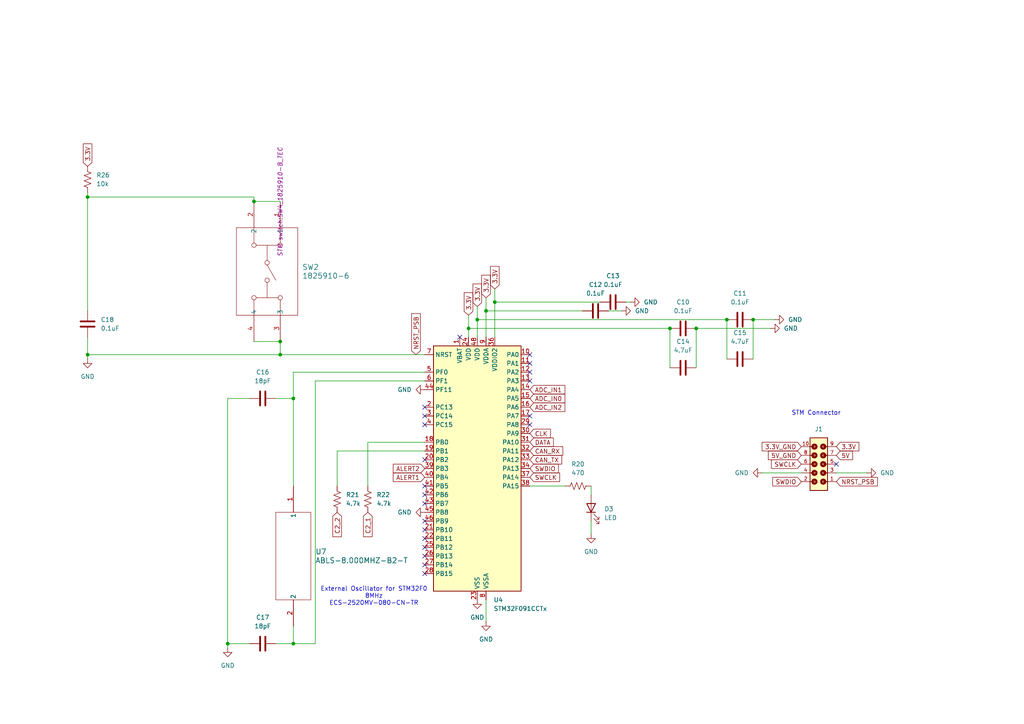
<source format=kicad_sch>
(kicad_sch (version 20231120) (generator "eeschema") (generator_version "8.0")
  (paper "A4")
  (lib_symbols
    (symbol "Device:C" (pin_numbers hide) (pin_names (offset 0.254))
      (property "Reference" "C" (at 0.635 2.54 0))
      (property "Value" "C" (at 0.635 -2.54 0))
      (symbol "C_0_1"
        (polyline (pts (xy -2.032 -0.762) (xy 2.032 -0.762)) (stroke (width 0.508)))
        (polyline (pts (xy -2.032 0.762) (xy 2.032 0.762)) (stroke (width 0.508)))
      )
      (symbol "C_1_1"
        (pin passive line (at 0 3.81 270) (length 2.794) (name "~") (number "1"))
        (pin passive line (at 0 -3.81 90) (length 2.794) (name "~") (number "2"))
      )
    )
    (symbol "Device:LED" (pin_numbers hide) (pin_names (offset 1.016) hide)
      (property "Reference" "D" (at 0 2.54 0))
      (property "Value" "LED" (at 0 -2.54 0))
      (symbol "LED_0_1"
        (polyline (pts (xy -1.27 -1.27) (xy -1.27 1.27)) (stroke (width 0.254)))
        (polyline (pts (xy -1.27 0) (xy 1.27 0)))
        (polyline (pts (xy 1.27 -1.27) (xy 1.27 1.27) (xy -1.27 0) (xy 1.27 -1.27)) (stroke (width 0.254)))
        (polyline (pts (xy -3.048 -0.762) (xy -4.572 -2.286) (xy -3.81 -2.286) (xy -4.572 -2.286) (xy -4.572 -1.524)))
        (polyline (pts (xy -1.778 -0.762) (xy -3.302 -2.286) (xy -2.54 -2.286) (xy -3.302 -2.286) (xy -3.302 -1.524)))
      )
      (symbol "LED_1_1"
        (pin passive line (at -3.81 0 0) (length 2.54) (name "K") (number "1"))
        (pin passive line (at 3.81 0 180) (length 2.54) (name "A") (number "2"))
      )
    )
    (symbol "Device:R_US" (pin_numbers hide) (pin_names (offset 0))
      (property "Reference" "R" (at 2.54 0 90))
      (property "Value" "R_US" (at -2.54 0 90))
      (symbol "R_US_0_1"
        (polyline (pts (xy 0 -2.286) (xy 0 -2.54)))
        (polyline (pts (xy 0 2.286) (xy 0 2.54)))
        (polyline (pts (xy 0 -0.762) (xy 1.016 -1.143) (xy 0 -1.524) (xy -1.016 -1.905) (xy 0 -2.286)))
        (polyline (pts (xy 0 0.762) (xy 1.016 0.381) (xy 0 0) (xy -1.016 -0.381) (xy 0 -0.762)))
        (polyline (pts (xy 0 2.286) (xy 1.016 1.905) (xy 0 1.524) (xy -1.016 1.143) (xy 0 0.762)))
      )
      (symbol "R_US_1_1"
        (pin passive line (at 0 3.81 270) (length 1.27) (name "~") (number "1"))
        (pin passive line (at 0 -3.81 90) (length 1.27) (name "~") (number "2"))
      )
    )
    (symbol "MCU_ST_STM32F0:STM32F091CCTx"
      (property "Reference" "U" (at -12.7 36.83 0))
      (property "Value" "STM32F091CCTx" (at 7.62 36.83 0))
      (symbol "STM32F091CCTx_0_1"
        (rectangle (start -12.7 -35.56) (end 12.7 35.56) (stroke (width 0.254)) (fill (type background)))
      )
      (symbol "STM32F091CCTx_1_1"
        (pin power_in line (at -5.08 38.1 270) (length 2.54) (name "VBAT") (number "1"))
        (pin bidirectional line (at 15.24 33.02 180) (length 2.54) (name "PA0") (number "10"))
        (pin bidirectional line (at 15.24 30.48 180) (length 2.54) (name "PA1") (number "11"))
        (pin bidirectional line (at 15.24 27.94 180) (length 2.54) (name "PA2") (number "12"))
        (pin bidirectional line (at 15.24 25.4 180) (length 2.54) (name "PA3") (number "13"))
        (pin bidirectional line (at 15.24 22.86 180) (length 2.54) (name "PA4") (number "14"))
        (pin bidirectional line (at 15.24 20.32 180) (length 2.54) (name "PA5") (number "15"))
        (pin bidirectional line (at 15.24 17.78 180) (length 2.54) (name "PA6") (number "16"))
        (pin bidirectional line (at 15.24 15.24 180) (length 2.54) (name "PA7") (number "17"))
        (pin bidirectional line (at -15.24 7.62 0) (length 2.54) (name "PB0") (number "18"))
        (pin bidirectional line (at -15.24 5.08 0) (length 2.54) (name "PB1") (number "19"))
        (pin bidirectional line (at -15.24 17.78 0) (length 2.54) (name "PC13") (number "2"))
        (pin bidirectional line (at -15.24 2.54 0) (length 2.54) (name "PB2") (number "20"))
        (pin bidirectional line (at -15.24 -17.78 0) (length 2.54) (name "PB10") (number "21"))
        (pin bidirectional line (at -15.24 -20.32 0) (length 2.54) (name "PB11") (number "22"))
        (pin power_in line (at 0 -38.1 90) (length 2.54) (name "VSS") (number "23"))
        (pin power_in line (at -2.54 38.1 270) (length 2.54) (name "VDD") (number "24"))
        (pin bidirectional line (at -15.24 -22.86 0) (length 2.54) (name "PB12") (number "25"))
        (pin bidirectional line (at -15.24 -25.4 0) (length 2.54) (name "PB13") (number "26"))
        (pin bidirectional line (at -15.24 -27.94 0) (length 2.54) (name "PB14") (number "27"))
        (pin bidirectional line (at -15.24 -30.48 0) (length 2.54) (name "PB15") (number "28"))
        (pin bidirectional line (at 15.24 12.7 180) (length 2.54) (name "PA8") (number "29"))
        (pin bidirectional line (at -15.24 15.24 0) (length 2.54) (name "PC14") (number "3"))
        (pin bidirectional line (at 15.24 10.16 180) (length 2.54) (name "PA9") (number "30"))
        (pin bidirectional line (at 15.24 7.62 180) (length 2.54) (name "PA10") (number "31"))
        (pin bidirectional line (at 15.24 5.08 180) (length 2.54) (name "PA11") (number "32"))
        (pin bidirectional line (at 15.24 2.54 180) (length 2.54) (name "PA12") (number "33"))
        (pin bidirectional line (at 15.24 0 180) (length 2.54) (name "PA13") (number "34"))
        (pin passive line (at 0 -38.1 90) (length 2.54) hide (name "VSS") (number "35"))
        (pin power_in line (at 5.08 38.1 270) (length 2.54) (name "VDDIO2") (number "36"))
        (pin bidirectional line (at 15.24 -2.54 180) (length 2.54) (name "PA14") (number "37"))
        (pin bidirectional line (at 15.24 -5.08 180) (length 2.54) (name "PA15") (number "38"))
        (pin bidirectional line (at -15.24 0 0) (length 2.54) (name "PB3") (number "39"))
        (pin bidirectional line (at -15.24 12.7 0) (length 2.54) (name "PC15") (number "4"))
        (pin bidirectional line (at -15.24 -2.54 0) (length 2.54) (name "PB4") (number "40"))
        (pin bidirectional line (at -15.24 -5.08 0) (length 2.54) (name "PB5") (number "41"))
        (pin bidirectional line (at -15.24 -7.62 0) (length 2.54) (name "PB6") (number "42"))
        (pin bidirectional line (at -15.24 -10.16 0) (length 2.54) (name "PB7") (number "43"))
        (pin bidirectional line (at -15.24 22.86 0) (length 2.54) (name "PF11") (number "44"))
        (pin bidirectional line (at -15.24 -12.7 0) (length 2.54) (name "PB8") (number "45"))
        (pin bidirectional line (at -15.24 -15.24 0) (length 2.54) (name "PB9") (number "46"))
        (pin passive line (at 0 -38.1 90) (length 2.54) hide (name "VSS") (number "47"))
        (pin power_in line (at 0 38.1 270) (length 2.54) (name "VDD") (number "48"))
        (pin bidirectional line (at -15.24 27.94 0) (length 2.54) (name "PF0") (number "5"))
        (pin bidirectional line (at -15.24 25.4 0) (length 2.54) (name "PF1") (number "6"))
        (pin input line (at -15.24 33.02 0) (length 2.54) (name "NRST") (number "7"))
        (pin power_in line (at 2.54 -38.1 90) (length 2.54) (name "VSSA") (number "8"))
        (pin power_in line (at 2.54 38.1 270) (length 2.54) (name "VDDA") (number "9"))
      )
    )
    (symbol "STM Switch Symbol:1825910-6" (pin_names (offset 0.254))
      (property "Reference" "SW" (at 20.32 10.16 0))
      (property "Value" "1825910-6" (at 20.32 7.62 0))
      (symbol "1825910-6_0_1"
        (polyline (pts (xy 7.62 -12.7) (xy 33.02 -12.7)) (stroke (width 0.127)))
        (polyline (pts (xy 7.62 -7.62) (xy 12.065 -7.62)) (stroke (width 0.127)))
        (polyline (pts (xy 7.62 0) (xy 12.065 0)) (stroke (width 0.127)))
        (polyline (pts (xy 7.62 5.08) (xy 7.62 -12.7)) (stroke (width 0.127)))
        (polyline (pts (xy 12.7 -3.81) (xy 17.145 -3.81)) (stroke (width 0.127)))
        (polyline (pts (xy 12.7 -0.635) (xy 12.7 -6.985)) (stroke (width 0.127)))
        (polyline (pts (xy 18.415 -3.81) (xy 22.86 -1.27)) (stroke (width 0.127)))
        (polyline (pts (xy 27.94 -3.81) (xy 23.495 -3.81)) (stroke (width 0.127)))
        (polyline (pts (xy 27.94 -0.635) (xy 27.94 -6.985)) (stroke (width 0.127)))
        (polyline (pts (xy 33.02 -12.7) (xy 33.02 5.08)) (stroke (width 0.127)))
        (polyline (pts (xy 33.02 -7.62) (xy 28.575 -7.62)) (stroke (width 0.127)))
        (polyline (pts (xy 33.02 0) (xy 28.575 0)) (stroke (width 0.127)))
        (polyline (pts (xy 33.02 5.08) (xy 7.62 5.08)) (stroke (width 0.127)))
        (circle (center 12.7 -7.62) (radius 0.635) (stroke (width 0.127)))
        (circle (center 12.7 0) (radius 0.635) (stroke (width 0.127)))
        (circle (center 17.78 -3.81) (radius 0.635) (stroke (width 0.127)))
        (circle (center 22.86 -3.81) (radius 0.635) (stroke (width 0.127)))
        (circle (center 27.94 -7.62) (radius 0.635) (stroke (width 0.127)))
        (circle (center 27.94 0) (radius 0.635) (stroke (width 0.127)))
        (pin unspecified line (at 0 0 0) (length 7.62) (name "1") (number "1"))
        (pin unspecified line (at 0 -7.62 0) (length 7.62) (name "2") (number "2"))
        (pin unspecified line (at 40.64 0 180) (length 7.62) (name "3") (number "3"))
        (pin unspecified line (at 40.64 -7.62 180) (length 7.62) (name "4") (number "4"))
      )
    )
    (symbol "STM32_Connector:6120XX21621_61201021621" (pin_names (offset 1.016))
      (property "Reference" "J" (at -8.8 0.35 0))
      (symbol "6120XX21621_61201021621_0_0"
        (rectangle (start -7.62 -2.54) (end 7.62 2.54) (stroke (width 0.254)) (fill (type background)))
        (circle (center -5.08 -1.27) (radius 0.254) (stroke (width 0.635)))
        (circle (center -5.08 1.27) (radius 0.254) (stroke (width 0.635)))
        (circle (center -2.54 -1.27) (radius 0.254) (stroke (width 0.635)))
        (circle (center -2.54 1.27) (radius 0.254) (stroke (width 0.635)))
        (circle (center 0 -1.27) (radius 0.254) (stroke (width 0.635)))
        (polyline (pts (xy -5.08 -1.27) (xy -5.08 -2.54)) (stroke (width 0.254)))
        (polyline (pts (xy -5.08 1.27) (xy -5.08 2.54)) (stroke (width 0.254)))
        (polyline (pts (xy -2.54 -1.27) (xy -2.54 -2.54)) (stroke (width 0.254)))
        (polyline (pts (xy -2.54 1.27) (xy -2.54 2.54)) (stroke (width 0.254)))
        (polyline (pts (xy 0 -1.27) (xy 0 -2.54)) (stroke (width 0.254)))
        (polyline (pts (xy 0 1.27) (xy 0 2.54)) (stroke (width 0.254)))
        (polyline (pts (xy 2.54 -1.27) (xy 2.54 -2.54)) (stroke (width 0.254)))
        (polyline (pts (xy 2.54 1.27) (xy 2.54 2.54)) (stroke (width 0.254)))
        (polyline (pts (xy 5.08 -1.27) (xy 5.08 -2.54)) (stroke (width 0.254)))
        (polyline (pts (xy 5.08 1.27) (xy 5.08 2.54)) (stroke (width 0.254)))
        (circle (center 0 1.27) (radius 0.254) (stroke (width 0.635)))
        (circle (center 2.54 -1.27) (radius 0.254) (stroke (width 0.635)))
        (circle (center 2.54 1.27) (radius 0.254) (stroke (width 0.635)))
        (circle (center 5.08 -1.27) (radius 0.254) (stroke (width 0.635)))
        (circle (center 5.08 1.27) (radius 0.254) (stroke (width 0.635)))
        (pin passive line (at -5.08 -5.08 90) (length 2.54) (name "~") (number "1"))
        (pin passive line (at -5.08 5.08 270) (length 2.54) (name "~") (number "2"))
        (pin passive line (at 0 -5.08 90) (length 2.54) (name "~") (number "5"))
        (pin passive line (at 0 5.08 270) (length 2.54) (name "~") (number "6"))
      )
      (symbol "6120XX21621_61201021621_1_0"
        (pin power_in line (at 5.08 5.08 270) (length 2.54) (name "~") (number "10"))
        (pin power_in line (at -2.54 -5.08 90) (length 2.54) (name "~") (number "3"))
        (pin power_in line (at -2.54 5.08 270) (length 2.54) (name "~") (number "4"))
        (pin power_in line (at 2.54 -5.08 90) (length 2.54) (name "~") (number "7"))
        (pin power_in line (at 2.54 5.08 270) (length 2.54) (name "~") (number "8"))
        (pin power_in line (at 5.08 -5.08 90) (length 2.54) (name "~") (number "9"))
      )
    )
    (symbol "STM32_Oscillator:ABLS-8.000MHZ-B2-T" (pin_names (offset 0.254))
      (property "Reference" "U" (at 20.32 10.16 0))
      (property "Value" "ABLS-8.000MHZ-B2-T" (at 20.32 7.62 0))
      (symbol "ABLS-8.000MHZ-B2-T_0_1"
        (polyline (pts (xy 7.62 -5.08) (xy 33.02 -5.08)) (stroke (width 0.127)))
        (polyline (pts (xy 7.62 5.08) (xy 7.62 -5.08)) (stroke (width 0.127)))
        (polyline (pts (xy 33.02 -5.08) (xy 33.02 5.08)) (stroke (width 0.127)))
        (polyline (pts (xy 33.02 5.08) (xy 7.62 5.08)) (stroke (width 0.127)))
        (pin unspecified line (at 0 0 0) (length 7.62) (name "1") (number "1"))
        (pin unspecified line (at 40.64 0 180) (length 7.62) (name "2") (number "2"))
      )
    )
    (symbol "power:GND" (power) (pin_numbers hide) (pin_names (offset 0) hide)
      (property "Value" "GND" (at 0 -3.81 0))
      (symbol "GND_0_1"
        (polyline (pts (xy 0 0) (xy 0 -1.27) (xy 1.27 -1.27) (xy 0 -2.54) (xy -1.27 -1.27) (xy 0 -1.27)))
      )
      (symbol "GND_1_1"
        (pin power_in line (at 0 0 270) (length 0) (name "~") (number "1"))
      )
    )
  )
  (junction (at 66.04 186.69))
  (junction (at 85.09 186.69))
  (junction (at 140.97 90.17))
  (junction (at 194.31 95.25))
  (junction (at 85.09 115.57))
  (junction (at 25.4 57.15))
  (junction (at 143.51 87.63))
  (junction (at 210.82 92.71))
  (junction (at 201.93 95.25))
  (junction (at 81.28 99.06))
  (junction (at 135.89 95.25))
  (junction (at 81.28 102.87))
  (junction (at 218.44 92.71))
  (junction (at 138.43 92.71))
  (junction (at 25.4 102.87))
  (junction (at 73.66 58.42))
  (no_connect (at 153.67 107.95))
  (no_connect (at 153.67 102.87))
  (no_connect (at 133.35 97.79))
  (no_connect (at 153.67 110.49))
  (no_connect (at 123.19 156.21))
  (no_connect (at 123.19 153.67))
  (no_connect (at 153.67 120.65))
  (no_connect (at 123.19 143.51))
  (no_connect (at 123.19 118.11))
  (no_connect (at 123.19 166.37))
  (no_connect (at 153.67 123.19))
  (no_connect (at 153.67 105.41))
  (no_connect (at 123.19 146.05))
  (no_connect (at 123.19 151.13))
  (no_connect (at 123.19 163.83))
  (no_connect (at 123.19 161.29))
  (no_connect (at 123.19 133.35))
  (no_connect (at 123.19 158.75))
  (no_connect (at 123.19 120.65))
  (no_connect (at 242.57 134.62))
  (no_connect (at 123.19 123.19))
  (no_connect (at 123.19 140.97))
  (wire (pts (xy 73.66 58.42) (xy 81.28 58.42)))
  (wire (pts (xy 85.09 107.95) (xy 123.19 107.95)))
  (wire (pts (xy 218.44 92.71) (xy 224.79 92.71)))
  (wire (pts (xy 97.79 130.81) (xy 97.79 140.97)))
  (wire (pts (xy 143.51 87.63) (xy 143.51 83.82)))
  (wire (pts (xy 66.04 187.96) (xy 66.04 186.69)))
  (wire (pts (xy 25.4 102.87) (xy 25.4 104.14)))
  (wire (pts (xy 25.4 57.15) (xy 73.66 57.15)))
  (wire (pts (xy 176.53 90.17) (xy 180.34 90.17)))
  (wire (pts (xy 91.44 186.69) (xy 91.44 110.49)))
  (wire (pts (xy 171.45 151.13) (xy 171.45 154.94)))
  (wire (pts (xy 91.44 110.49) (xy 123.19 110.49)))
  (wire (pts (xy 66.04 115.57) (xy 66.04 186.69)))
  (wire (pts (xy 123.19 130.81) (xy 97.79 130.81)))
  (wire (pts (xy 66.04 186.69) (xy 72.39 186.69)))
  (wire (pts (xy 181.61 87.63) (xy 182.88 87.63)))
  (wire (pts (xy 135.89 95.25) (xy 135.89 91.44)))
  (wire (pts (xy 85.09 107.95) (xy 85.09 115.57)))
  (wire (pts (xy 25.4 97.79) (xy 25.4 102.87)))
  (wire (pts (xy 25.4 55.88) (xy 25.4 57.15)))
  (wire (pts (xy 106.68 128.27) (xy 106.68 140.97)))
  (wire (pts (xy 73.66 57.15) (xy 73.66 58.42)))
  (wire (pts (xy 85.09 181.61) (xy 85.09 186.69)))
  (wire (pts (xy 135.89 95.25) (xy 194.31 95.25)))
  (wire (pts (xy 81.28 102.87) (xy 123.19 102.87)))
  (wire (pts (xy 140.97 90.17) (xy 168.91 90.17)))
  (wire (pts (xy 25.4 102.87) (xy 81.28 102.87)))
  (wire (pts (xy 218.44 92.71) (xy 218.44 104.14)))
  (wire (pts (xy 242.57 137.16) (xy 251.46 137.16)))
  (wire (pts (xy 210.82 92.71) (xy 210.82 104.14)))
  (wire (pts (xy 138.43 92.71) (xy 210.82 92.71)))
  (wire (pts (xy 80.01 186.69) (xy 85.09 186.69)))
  (wire (pts (xy 135.89 97.79) (xy 135.89 95.25)))
  (wire (pts (xy 81.28 99.06) (xy 81.28 102.87)))
  (wire (pts (xy 143.51 87.63) (xy 173.99 87.63)))
  (wire (pts (xy 123.19 128.27) (xy 106.68 128.27)))
  (wire (pts (xy 220.98 137.16) (xy 232.41 137.16)))
  (wire (pts (xy 140.97 90.17) (xy 140.97 97.79)))
  (wire (pts (xy 138.43 92.71) (xy 138.43 97.79)))
  (wire (pts (xy 153.67 140.97) (xy 163.83 140.97)))
  (wire (pts (xy 25.4 57.15) (xy 25.4 90.17)))
  (wire (pts (xy 201.93 95.25) (xy 201.93 106.68)))
  (wire (pts (xy 194.31 95.25) (xy 194.31 106.68)))
  (wire (pts (xy 138.43 88.9) (xy 138.43 92.71)))
  (wire (pts (xy 85.09 115.57) (xy 85.09 140.97)))
  (wire (pts (xy 201.93 95.25) (xy 223.52 95.25)))
  (wire (pts (xy 140.97 180.34) (xy 140.97 173.99)))
  (wire (pts (xy 143.51 97.79) (xy 143.51 87.63)))
  (wire (pts (xy 140.97 86.36) (xy 140.97 90.17)))
  (wire (pts (xy 171.45 140.97) (xy 171.45 143.51)))
  (wire (pts (xy 73.66 99.06) (xy 81.28 99.06)))
  (wire (pts (xy 80.01 115.57) (xy 85.09 115.57)))
  (wire (pts (xy 85.09 186.69) (xy 91.44 186.69)))
  (wire (pts (xy 72.39 115.57) (xy 66.04 115.57)))
  (text "STM Connector\n" (at 236.728 119.888 0) (effects (font (size 1.27 1.27))))
  (text "External Oscillator for STM32F0\n8MHz\nECS-2520MV-080-CN-TR" (at 108.458 172.974 0) (effects (font (size 1.27 1.27))))
  (global_label "SWCLK" (shape input) (at 153.67 138.43 0) (property "Intersheetrefs" "${INTERSHEET_REFS}" (effects (hide yes))))
  (global_label "C2_2" (shape input) (at 97.79 148.59 270) (property "Intersheetrefs" "${INTERSHEET_REFS}" (effects (hide yes))))
  (global_label "NRST_PSB" (shape input) (at 120.65 102.87 90) (property "Intersheetrefs" "${INTERSHEET_REFS}" (effects (hide yes))))
  (global_label "SWCLK" (shape input) (at 232.41 134.62 180) (property "Intersheetrefs" "${INTERSHEET_REFS}" (effects (hide yes))))
  (global_label "DATA" (shape input) (at 153.67 128.27 0) (property "Intersheetrefs" "${INTERSHEET_REFS}" (effects (hide yes))))
  (global_label "C2_1" (shape input) (at 106.68 148.59 270) (property "Intersheetrefs" "${INTERSHEET_REFS}" (effects (hide yes))))
  (global_label "CAN_TX" (shape input) (at 153.67 133.35 0) (property "Intersheetrefs" "${INTERSHEET_REFS}" (effects (hide yes))))
  (global_label "3.3V" (shape input) (at 138.43 88.9 90) (property "Intersheetrefs" "${INTERSHEET_REFS}" (effects (hide yes))))
  (global_label "ALERT2" (shape input) (at 123.19 135.89 180) (property "Intersheetrefs" "${INTERSHEET_REFS}" (effects (hide yes))))
  (global_label "3.3V_GND" (shape input) (at 232.41 129.54 180) (property "Intersheetrefs" "${INTERSHEET_REFS}" (effects (hide yes))))
  (global_label "5V_GND" (shape input) (at 232.41 132.08 180) (property "Intersheetrefs" "${INTERSHEET_REFS}" (effects (hide yes))))
  (global_label "ADC_IN2" (shape input) (at 153.67 118.11 0) (property "Intersheetrefs" "${INTERSHEET_REFS}" (effects (hide yes))))
  (global_label "NRST_PSB" (shape input) (at 242.57 139.7 0) (property "Intersheetrefs" "${INTERSHEET_REFS}" (effects (hide yes))))
  (global_label "ADC_IN1" (shape input) (at 153.67 113.03 0) (property "Intersheetrefs" "${INTERSHEET_REFS}" (effects (hide yes))))
  (global_label "CLK" (shape input) (at 153.67 125.73 0) (property "Intersheetrefs" "${INTERSHEET_REFS}" (effects (hide yes))))
  (global_label "3.3V" (shape input) (at 242.57 129.54 0) (property "Intersheetrefs" "${INTERSHEET_REFS}" (effects (hide yes))))
  (global_label "3.3V" (shape input) (at 143.51 83.82 90) (property "Intersheetrefs" "${INTERSHEET_REFS}" (effects (hide yes))))
  (global_label "3.3V" (shape input) (at 140.97 86.36 90) (property "Intersheetrefs" "${INTERSHEET_REFS}" (effects (hide yes))))
  (global_label "ADC_IN0" (shape input) (at 153.67 115.57 0) (property "Intersheetrefs" "${INTERSHEET_REFS}" (effects (hide yes))))
  (global_label "CAN_RX" (shape input) (at 153.67 130.81 0) (property "Intersheetrefs" "${INTERSHEET_REFS}" (effects (hide yes))))
  (global_label "SWDIO" (shape input) (at 232.41 139.7 180) (property "Intersheetrefs" "${INTERSHEET_REFS}" (effects (hide yes))))
  (global_label "5V" (shape input) (at 242.57 132.08 0) (property "Intersheetrefs" "${INTERSHEET_REFS}" (effects (hide yes))))
  (global_label "ALERT1" (shape input) (at 123.19 138.43 180) (property "Intersheetrefs" "${INTERSHEET_REFS}" (effects (hide yes))))
  (global_label "SWDIO" (shape input) (at 153.67 135.89 0) (property "Intersheetrefs" "${INTERSHEET_REFS}" (effects (hide yes))))
  (global_label "3.3V" (shape input) (at 135.89 91.44 90) (property "Intersheetrefs" "${INTERSHEET_REFS}" (effects (hide yes))))
  (global_label "3.3V" (shape input) (at 25.4 48.26 90) (property "Intersheetrefs" "${INTERSHEET_REFS}" (effects (hide yes))))
  (symbol (lib_id "Device:R_US") (at 106.68 144.78 0) (unit 1)
    (property "Reference" "R22" (at 109.22 143.5099 0) (effects (justify left)))
    (property "Value" "4.7k" (at 109.22 146.0499 0) (effects (justify left)))
    (property "Footprint" "Resistor_SMD:R_0603_1608Metric_Pad0.98x0.95mm_HandSolder" (effects (hide yes)))
    (property "Description" "Resistor, US symbol" (effects (hide yes)))
  )
  (symbol (lib_id "Device:C") (at 198.12 95.25 270) (unit 1)
    (property "Reference" "C10" (at 198.12 87.63 90))
    (property "Value" "0.1uF" (at 198.12 90.17 90))
    (property "Footprint" "Capacitor_SMD:C_0603_1608Metric_Pad1.08x0.95mm_HandSolder" (effects (hide yes)))
    (property "Description" "Unpolarized capacitor" (effects (hide yes)))
  )
  (symbol (lib_id "Device:R_US") (at 25.4 52.07 0) (unit 1)
    (property "Reference" "R26" (at 27.94 50.7999 0) (effects (justify left)))
    (property "Value" "10k" (at 27.94 53.3399 0) (effects (justify left)))
    (property "Footprint" "Resistor_SMD:R_0603_1608Metric_Pad0.98x0.95mm_HandSolder" (effects (hide yes)))
    (property "Description" "Resistor, US symbol" (effects (hide yes)))
  )
  (symbol (lib_id "power:GND") (at 182.88 87.63 90) (unit 1)
    (property "Reference" "#PWR019" (effects (hide yes)))
    (property "Value" "GND" (at 186.69 87.6299 90) (effects (justify right)))
    (property "Description" "Power symbol creates a global label with name \"GND\" , ground" (effects (hide yes)))
  )
  (symbol (lib_id "Device:R_US") (at 167.64 140.97 90) (unit 1)
    (property "Reference" "R20" (at 167.64 134.62 90))
    (property "Value" "470" (at 167.64 137.16 90))
    (property "Footprint" "Resistor_SMD:R_0603_1608Metric_Pad0.98x0.95mm_HandSolder" (effects (hide yes)))
    (property "Description" "Resistor, US symbol" (effects (hide yes)))
  )
  (symbol (lib_id "Device:C") (at 76.2 115.57 270) (unit 1)
    (property "Reference" "C16" (at 76.2 107.95 90))
    (property "Value" "18pF" (at 76.2 110.49 90))
    (property "Footprint" "Capacitor_SMD:C_0603_1608Metric_Pad1.08x0.95mm_HandSolder" (effects (hide yes)))
    (property "Description" "Unpolarized capacitor" (effects (hide yes)))
  )
  (symbol (lib_id "power:GND") (at 138.43 173.99 0) (unit 1)
    (property "Reference" "#PWR013" (effects (hide yes)))
    (property "Value" "GND" (at 138.43 179.07 0))
    (property "Description" "Power symbol creates a global label with name \"GND\" , ground" (effects (hide yes)))
  )
  (symbol (lib_id "STM Switch Symbol:1825910-6") (at 81.28 58.42 270) (unit 1)
    (property "Reference" "SW2" (at 87.63 77.4699 90) (effects (font (size 1.524 1.524)) (justify left)))
    (property "Value" "1825910-6" (at 87.63 80.0099 90) (effects (font (size 1.524 1.524)) (justify left)))
    (property "Footprint" "STM switch:SW4_1825910-B_TEC" (at 81.28 58.42 0) (effects (font (italic yes))))
    (property "Datasheet" "1825910-6" (effects (hide yes)))
  )
  (symbol (lib_id "power:GND") (at 180.34 90.17 90) (unit 1)
    (property "Reference" "#PWR018" (effects (hide yes)))
    (property "Value" "GND" (at 184.15 90.1699 90) (effects (justify right)))
    (property "Description" "Power symbol creates a global label with name \"GND\" , ground" (effects (hide yes)))
  )
  (symbol (lib_id "STM32_Oscillator:ABLS-8.000MHZ-B2-T") (at 85.09 140.97 270) (unit 1)
    (property "Reference" "U7" (at 91.44 160.0199 90) (effects (font (size 1.524 1.524)) (justify left)))
    (property "Value" "ABLS-8.000MHZ-B2-T" (at 91.44 162.5599 90) (effects (font (size 1.524 1.524)) (justify left)))
    (property "Footprint" "footprints:ABLS-8.000MHZ-B2-T_ABR" (effects (hide yes)))
    (property "Datasheet" "ABLS-8.000MHZ-B2-T" (effects (hide yes)))
  )
  (symbol (lib_id "Device:C") (at 172.72 90.17 270) (unit 1)
    (property "Reference" "C12" (at 172.72 82.55 90))
    (property "Value" "0.1uF" (at 172.72 85.09 90))
    (property "Footprint" "Capacitor_SMD:C_0603_1608Metric_Pad1.08x0.95mm_HandSolder" (effects (hide yes)))
    (property "Description" "Unpolarized capacitor" (effects (hide yes)))
  )
  (symbol (lib_id "power:GND") (at 140.97 180.34 0) (unit 1)
    (property "Reference" "#PWR021" (effects (hide yes)))
    (property "Value" "GND" (at 140.97 185.42 0))
    (property "Description" "Power symbol creates a global label with name \"GND\" , ground" (effects (hide yes)))
  )
  (symbol (lib_id "Device:C") (at 198.12 106.68 270) (unit 1)
    (property "Reference" "C14" (at 198.12 99.06 90))
    (property "Value" "4.7uF" (at 198.12 101.6 90))
    (property "Footprint" "Capacitor_SMD:C_0603_1608Metric_Pad1.08x0.95mm_HandSolder" (effects (hide yes)))
    (property "Description" "Unpolarized capacitor" (effects (hide yes)))
  )
  (symbol (lib_id "power:GND") (at 171.45 154.94 0) (unit 1)
    (property "Reference" "#PWR015" (effects (hide yes)))
    (property "Value" "GND" (at 171.45 160.02 0))
    (property "Description" "Power symbol creates a global label with name \"GND\" , ground" (effects (hide yes)))
  )
  (symbol (lib_id "power:GND") (at 224.79 92.71 90) (unit 1)
    (property "Reference" "#PWR017" (effects (hide yes)))
    (property "Value" "GND" (at 228.6 92.7099 90) (effects (justify right)))
    (property "Description" "Power symbol creates a global label with name \"GND\" , ground" (effects (hide yes)))
  )
  (symbol (lib_id "Device:C") (at 25.4 93.98 0) (unit 1)
    (property "Reference" "C18" (at 29.21 92.7099 0) (effects (justify left)))
    (property "Value" "0.1uF" (at 29.21 95.2499 0) (effects (justify left)))
    (property "Footprint" "Capacitor_SMD:C_0603_1608Metric_Pad1.08x0.95mm_HandSolder" (effects (hide yes)))
    (property "Description" "Unpolarized capacitor" (effects (hide yes)))
  )
  (symbol (lib_id "Device:C") (at 214.63 104.14 270) (unit 1)
    (property "Reference" "C15" (at 214.63 96.52 90))
    (property "Value" "4.7uF" (at 214.63 99.06 90))
    (property "Footprint" "Capacitor_SMD:C_0603_1608Metric_Pad1.08x0.95mm_HandSolder" (effects (hide yes)))
    (property "Description" "Unpolarized capacitor" (effects (hide yes)))
  )
  (symbol (lib_id "MCU_ST_STM32F0:STM32F091CCTx") (at 138.43 135.89 0) (unit 1)
    (property "Reference" "U4" (at 143.1641 173.99 0) (effects (justify left)))
    (property "Value" "STM32F091CCTx" (at 143.1641 176.53 0) (effects (justify left)))
    (property "Footprint" "Package_QFP:LQFP-48_7x7mm_P0.5mm" (effects (hide yes)))
    (property "Datasheet" "https://www.st.com/resource/en/datasheet/stm32f091cc.pdf" (effects (hide yes)))
    (property "Description" "STMicroelectronics Arm Cortex-M0 MCU, 256KB flash, 32KB RAM, 48 MHz, 2.0-3.6V, 38 GPIO, LQFP48" (effects (hide yes)))
  )
  (symbol (lib_id "power:GND") (at 66.04 187.96 0) (unit 1)
    (property "Reference" "#PWR020" (effects (hide yes)))
    (property "Value" "GND" (at 66.04 193.04 0))
    (property "Description" "Power symbol creates a global label with name \"GND\" , ground" (effects (hide yes)))
  )
  (symbol (lib_id "Device:R_US") (at 97.79 144.78 0) (unit 1)
    (property "Reference" "R21" (at 100.33 143.5099 0) (effects (justify left)))
    (property "Value" "4.7k" (at 100.33 146.0499 0) (effects (justify left)))
    (property "Footprint" "Resistor_SMD:R_0603_1608Metric_Pad0.98x0.95mm_HandSolder" (effects (hide yes)))
    (property "Description" "Resistor, US symbol" (effects (hide yes)))
  )
  (symbol (lib_id "Device:C") (at 214.63 92.71 270) (unit 1)
    (property "Reference" "C11" (at 214.63 85.09 90))
    (property "Value" "0.1uF" (at 214.63 87.63 90))
    (property "Footprint" "Capacitor_SMD:C_0603_1608Metric_Pad1.08x0.95mm_HandSolder" (effects (hide yes)))
    (property "Description" "Unpolarized capacitor" (effects (hide yes)))
  )
  (symbol (lib_id "power:GND") (at 123.19 148.59 270) (unit 1)
    (property "Reference" "#PWR022" (effects (hide yes)))
    (property "Value" "GND" (at 119.38 148.5899 90) (effects (justify right)))
    (property "Description" "Power symbol creates a global label with name \"GND\" , ground" (effects (hide yes)))
  )
  (symbol (lib_id "Device:C") (at 76.2 186.69 270) (unit 1)
    (property "Reference" "C17" (at 76.2 179.07 90))
    (property "Value" "18pF" (at 76.2 181.61 90))
    (property "Footprint" "Capacitor_SMD:C_0603_1608Metric_Pad1.08x0.95mm_HandSolder" (effects (hide yes)))
    (property "Description" "Unpolarized capacitor" (effects (hide yes)))
  )
  (symbol (lib_id "power:GND") (at 220.98 137.16 270) (unit 1)
    (property "Reference" "#PWR08" (effects (hide yes)))
    (property "Value" "GND" (at 217.17 137.1599 90) (effects (justify right)))
    (property "Description" "Power symbol creates a global label with name \"GND\" , ground" (effects (hide yes)))
  )
  (symbol (lib_id "Device:LED") (at 171.45 147.32 90) (unit 1)
    (property "Reference" "D3" (at 175.26 147.6374 90) (effects (justify right)))
    (property "Value" "LED" (at 175.26 150.1774 90) (effects (justify right)))
    (property "Footprint" "LED_SMD:LED_0805_2012Metric_Pad1.15x1.40mm_HandSolder" (effects (hide yes)))
    (property "Description" "Light emitting diode" (effects (hide yes)))
  )
  (symbol (lib_id "STM32_Connector:6120XX21621_61201021621") (at 237.49 134.62 90) (unit 1)
    (property "Reference" "J1" (at 237.49 124.46 90))
    (property "Value" "61201021621" (effects (hide yes)))
    (property "Footprint" "612_STMconn:61201021621" (effects (hide yes)))
    (property "CONTACT-RESISTANCE" "20mOhm" (effects (hide yes)))
    (property "GENDER" "Male" (effects (hide yes)))
    (property "MOUNT" "THT" (effects (hide yes)))
    (property "IR" "3A" (effects (hide yes)))
    (property "PACKAGING" "Tray" (effects (hide yes)))
    (property "PART-NUMBER" "61201021621" (effects (hide yes)))
    (property "LENGTH" "20.36mm" (effects (hide yes)))
    (property "DATASHEET-URL" "https://www.we-online.com/redexpert/spec/61201021621?ae" (effects (hide yes)))
    (property "WORKING-VOLTAGE" "250V(AC)" (effects (hide yes)))
    (property "PINS" "10" (effects (hide yes)))
    (property "PITCH" "2.54mm" (effects (hide yes)))
    (property "TYPE" "Straight" (effects (hide yes)))
  )
  (symbol (lib_id "power:GND") (at 25.4 104.14 0) (unit 1)
    (property "Reference" "#PWR02" (effects (hide yes)))
    (property "Value" "GND" (at 25.4 109.22 0))
    (property "Description" "Power symbol creates a global label with name \"GND\" , ground" (effects (hide yes)))
  )
  (symbol (lib_id "Device:C") (at 177.8 87.63 270) (unit 1)
    (property "Reference" "C13" (at 177.8 80.01 90))
    (property "Value" "0.1uF" (at 177.8 82.55 90))
    (property "Footprint" "Capacitor_SMD:C_0603_1608Metric_Pad1.08x0.95mm_HandSolder" (effects (hide yes)))
    (property "Description" "Unpolarized capacitor" (effects (hide yes)))
  )
  (symbol (lib_id "power:GND") (at 251.46 137.16 90) (unit 1)
    (property "Reference" "#PWR04" (effects (hide yes)))
    (property "Value" "GND" (at 255.27 137.1599 90) (effects (justify right)))
    (property "Description" "Power symbol creates a global label with name \"GND\" , ground" (effects (hide yes)))
  )
  (symbol (lib_id "power:GND") (at 223.52 95.25 90) (unit 1)
    (property "Reference" "#PWR016" (effects (hide yes)))
    (property "Value" "GND" (at 227.33 95.2499 90) (effects (justify right)))
    (property "Description" "Power symbol creates a global label with name \"GND\" , ground" (effects (hide yes)))
  )
  (symbol (lib_id "power:GND") (at 123.19 113.03 270) (unit 1)
    (property "Reference" "#PWR012" (effects (hide yes)))
    (property "Value" "GND" (at 119.38 113.0299 90) (effects (justify right)))
    (property "Description" "Power symbol creates a global label with name \"GND\" , ground" (effects (hide yes)))
  )
)
</source>
